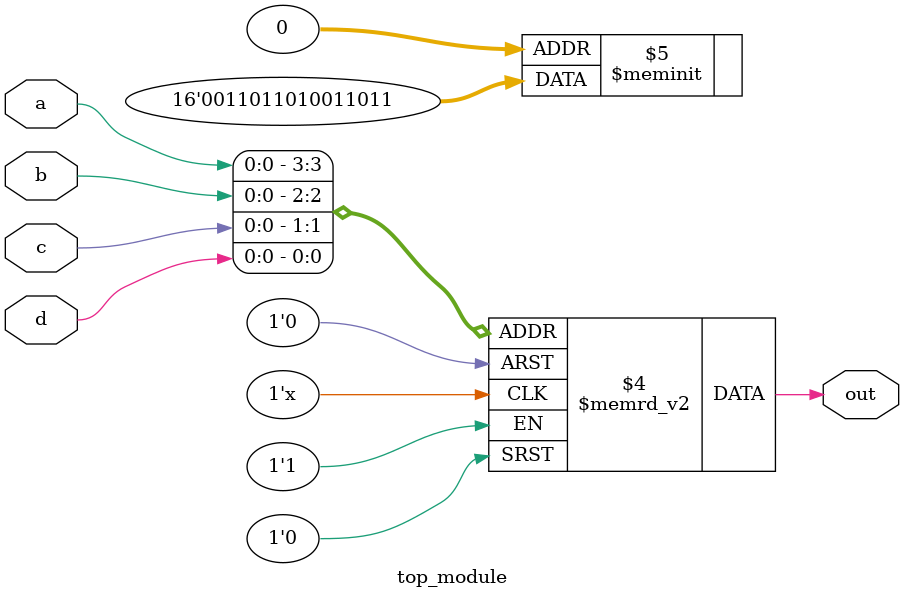
<source format=sv>
module top_module (
    input a, 
    input b,
    input c,
    input d,
    output reg out
);

    always @(a or b or c or d)
    begin
        case ({a, b, c, d})
            4'b0000: out = 1'b1;
            4'b0001: out = 1'b1;
            4'b0010: out = 1'b0;
            4'b0011: out = 1'b1;
            4'b0100: out = 1'b1;
            4'b0101: out = 1'b0;
            4'b0110: out = 1'b0;
            4'b0111: out = 1'b1;
            4'b1000: out = 1'b0;
            4'b1001: out = 1'b1;
            4'b1010: out = 1'b1;
            4'b1011: out = 1'b0;
            4'b1100: out = 1'b1;
            4'b1101: out = 1'b1;
            4'b1110: out = 1'b0;
            4'b1111: out = 1'b0;
        endcase
    end

endmodule

</source>
